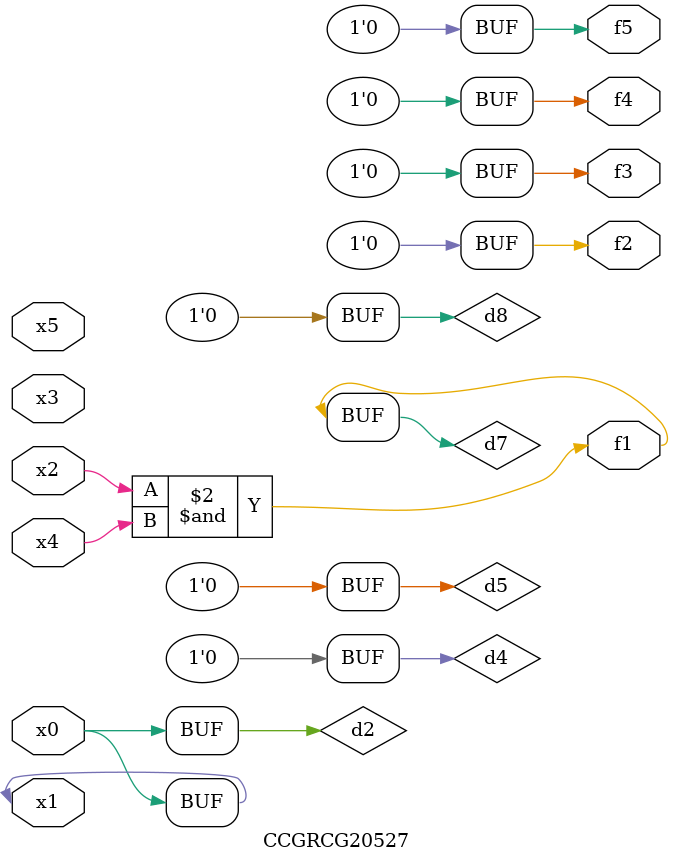
<source format=v>
module CCGRCG20527(
	input x0, x1, x2, x3, x4, x5,
	output f1, f2, f3, f4, f5
);

	wire d1, d2, d3, d4, d5, d6, d7, d8, d9;

	nand (d1, x1);
	buf (d2, x0, x1);
	nand (d3, x2, x4);
	and (d4, d1, d2);
	and (d5, d1, d2);
	nand (d6, d1, d3);
	not (d7, d3);
	xor (d8, d5);
	nor (d9, d5, d6);
	assign f1 = d7;
	assign f2 = d8;
	assign f3 = d8;
	assign f4 = d8;
	assign f5 = d8;
endmodule

</source>
